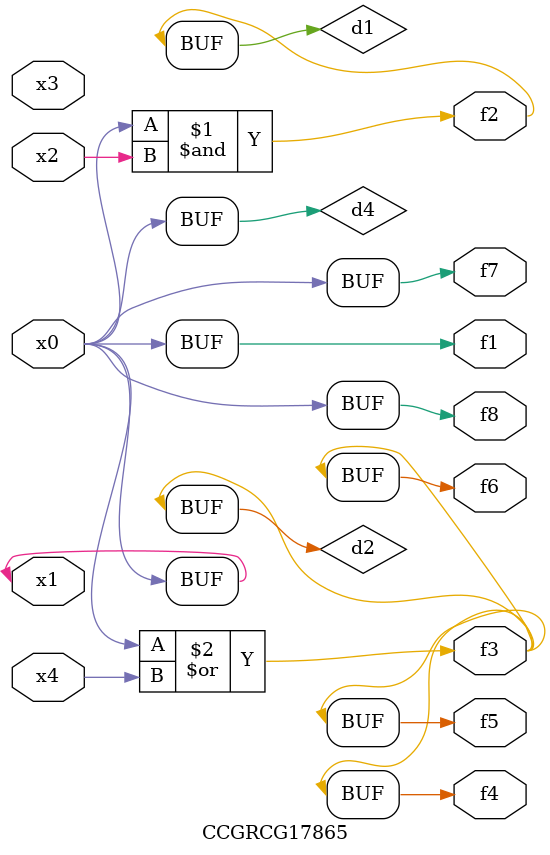
<source format=v>
module CCGRCG17865(
	input x0, x1, x2, x3, x4,
	output f1, f2, f3, f4, f5, f6, f7, f8
);

	wire d1, d2, d3, d4;

	and (d1, x0, x2);
	or (d2, x0, x4);
	nand (d3, x0, x2);
	buf (d4, x0, x1);
	assign f1 = d4;
	assign f2 = d1;
	assign f3 = d2;
	assign f4 = d2;
	assign f5 = d2;
	assign f6 = d2;
	assign f7 = d4;
	assign f8 = d4;
endmodule

</source>
